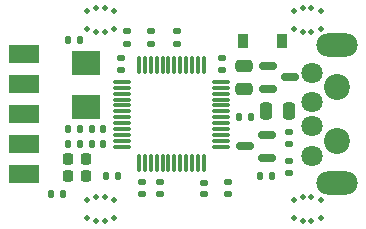
<source format=gbr>
G04 #@! TF.GenerationSoftware,KiCad,Pcbnew,6.0.7+dfsg-3*
G04 #@! TF.CreationDate,2022-10-18T14:34:48+08:00*
G04 #@! TF.ProjectId,stlink,73746c69-6e6b-42e6-9b69-6361645f7063,f*
G04 #@! TF.SameCoordinates,PX5c07920PY68e7780*
G04 #@! TF.FileFunction,Soldermask,Top*
G04 #@! TF.FilePolarity,Negative*
%FSLAX46Y46*%
G04 Gerber Fmt 4.6, Leading zero omitted, Abs format (unit mm)*
G04 Created by KiCad (PCBNEW 6.0.7+dfsg-3) date 2022-10-18 14:34:48*
%MOMM*%
%LPD*%
G01*
G04 APERTURE LIST*
G04 Aperture macros list*
%AMRoundRect*
0 Rectangle with rounded corners*
0 $1 Rounding radius*
0 $2 $3 $4 $5 $6 $7 $8 $9 X,Y pos of 4 corners*
0 Add a 4 corners polygon primitive as box body*
4,1,4,$2,$3,$4,$5,$6,$7,$8,$9,$2,$3,0*
0 Add four circle primitives for the rounded corners*
1,1,$1+$1,$2,$3*
1,1,$1+$1,$4,$5*
1,1,$1+$1,$6,$7*
1,1,$1+$1,$8,$9*
0 Add four rect primitives between the rounded corners*
20,1,$1+$1,$2,$3,$4,$5,0*
20,1,$1+$1,$4,$5,$6,$7,0*
20,1,$1+$1,$6,$7,$8,$9,0*
20,1,$1+$1,$8,$9,$2,$3,0*%
G04 Aperture macros list end*
%ADD10RoundRect,0.150000X-0.587500X-0.150000X0.587500X-0.150000X0.587500X0.150000X-0.587500X0.150000X0*%
%ADD11RoundRect,0.250000X0.250000X0.475000X-0.250000X0.475000X-0.250000X-0.475000X0.250000X-0.475000X0*%
%ADD12RoundRect,0.250000X0.475000X-0.250000X0.475000X0.250000X-0.475000X0.250000X-0.475000X-0.250000X0*%
%ADD13RoundRect,0.135000X0.135000X0.185000X-0.135000X0.185000X-0.135000X-0.185000X0.135000X-0.185000X0*%
%ADD14RoundRect,0.140000X0.170000X-0.140000X0.170000X0.140000X-0.170000X0.140000X-0.170000X-0.140000X0*%
%ADD15RoundRect,0.140000X-0.170000X0.140000X-0.170000X-0.140000X0.170000X-0.140000X0.170000X0.140000X0*%
%ADD16RoundRect,0.140000X0.140000X0.170000X-0.140000X0.170000X-0.140000X-0.170000X0.140000X-0.170000X0*%
%ADD17RoundRect,0.140000X-0.140000X-0.170000X0.140000X-0.170000X0.140000X0.170000X-0.140000X0.170000X0*%
%ADD18RoundRect,0.218750X-0.218750X-0.256250X0.218750X-0.256250X0.218750X0.256250X-0.218750X0.256250X0*%
%ADD19RoundRect,0.135000X-0.135000X-0.185000X0.135000X-0.185000X0.135000X0.185000X-0.135000X0.185000X0*%
%ADD20R,0.900000X1.200000*%
%ADD21RoundRect,0.075000X-0.662500X-0.075000X0.662500X-0.075000X0.662500X0.075000X-0.662500X0.075000X0*%
%ADD22RoundRect,0.075000X-0.075000X-0.662500X0.075000X-0.662500X0.075000X0.662500X-0.075000X0.662500X0*%
%ADD23C,1.800000*%
%ADD24O,3.500000X2.000000*%
%ADD25C,2.200000*%
%ADD26RoundRect,0.135000X-0.185000X0.135000X-0.185000X-0.135000X0.185000X-0.135000X0.185000X0.135000X0*%
%ADD27RoundRect,0.135000X0.185000X-0.135000X0.185000X0.135000X-0.185000X0.135000X-0.185000X-0.135000X0*%
%ADD28C,0.500000*%
%ADD29RoundRect,0.150000X0.587500X0.150000X-0.587500X0.150000X-0.587500X-0.150000X0.587500X-0.150000X0*%
%ADD30R,2.400000X2.000000*%
%ADD31R,2.540000X1.524000*%
G04 APERTURE END LIST*
D10*
G04 #@! TO.C,U1*
X34642500Y24082000D03*
X34642500Y22182000D03*
X36517500Y23132000D03*
G04 #@! TD*
D11*
G04 #@! TO.C,C4*
X36450000Y20250000D03*
X34550000Y20250000D03*
G04 #@! TD*
D12*
G04 #@! TO.C,C5*
X32650000Y22182000D03*
X32650000Y24082000D03*
G04 #@! TD*
D13*
G04 #@! TO.C,R3*
X33260000Y19800000D03*
X32240000Y19800000D03*
G04 #@! TD*
D14*
G04 #@! TO.C,C6*
X22250000Y23770000D03*
X22250000Y24730000D03*
G04 #@! TD*
G04 #@! TO.C,C7*
X30750000Y23770000D03*
X30750000Y24730000D03*
G04 #@! TD*
D15*
G04 #@! TO.C,C8*
X29230000Y14214000D03*
X29230000Y13254000D03*
G04 #@! TD*
D16*
G04 #@! TO.C,C9*
X20730000Y17500000D03*
X19770000Y17500000D03*
G04 #@! TD*
G04 #@! TO.C,C2*
X18730000Y26250000D03*
X17770000Y26250000D03*
G04 #@! TD*
D17*
G04 #@! TO.C,C3*
X17770000Y18750000D03*
X18730000Y18750000D03*
G04 #@! TD*
D18*
G04 #@! TO.C,D2*
X17712500Y14750000D03*
X19287500Y14750000D03*
G04 #@! TD*
G04 #@! TO.C,D3*
X17712500Y16250000D03*
X19287500Y16250000D03*
G04 #@! TD*
D19*
G04 #@! TO.C,R12*
X20990000Y14750000D03*
X22010000Y14750000D03*
G04 #@! TD*
D20*
G04 #@! TO.C,D1*
X32600000Y26180000D03*
X35900000Y26180000D03*
G04 #@! TD*
D21*
G04 #@! TO.C,U2*
X22337500Y22750000D03*
X22337500Y22250000D03*
X22337500Y21750000D03*
X22337500Y21250000D03*
X22337500Y20750000D03*
X22337500Y20250000D03*
X22337500Y19750000D03*
X22337500Y19250000D03*
X22337500Y18750000D03*
X22337500Y18250000D03*
X22337500Y17750000D03*
X22337500Y17250000D03*
D22*
X23750000Y15837500D03*
X24250000Y15837500D03*
X24750000Y15837500D03*
X25250000Y15837500D03*
X25750000Y15837500D03*
X26250000Y15837500D03*
X26750000Y15837500D03*
X27250000Y15837500D03*
X27750000Y15837500D03*
X28250000Y15837500D03*
X28750000Y15837500D03*
X29250000Y15837500D03*
D21*
X30662500Y17250000D03*
X30662500Y17750000D03*
X30662500Y18250000D03*
X30662500Y18750000D03*
X30662500Y19250000D03*
X30662500Y19750000D03*
X30662500Y20250000D03*
X30662500Y20750000D03*
X30662500Y21250000D03*
X30662500Y21750000D03*
X30662500Y22250000D03*
X30662500Y22750000D03*
D22*
X29250000Y24162500D03*
X28750000Y24162500D03*
X28250000Y24162500D03*
X27750000Y24162500D03*
X27250000Y24162500D03*
X26750000Y24162500D03*
X26250000Y24162500D03*
X25750000Y24162500D03*
X25250000Y24162500D03*
X24750000Y24162500D03*
X24250000Y24162500D03*
X23750000Y24162500D03*
G04 #@! TD*
D23*
G04 #@! TO.C,J1*
X38400000Y23500000D03*
X38400000Y21000000D03*
X38400000Y19000000D03*
X38400000Y16500000D03*
D24*
X40500000Y14150000D03*
X40500000Y25850000D03*
D25*
X40500000Y17700000D03*
X40500000Y22300000D03*
G04 #@! TD*
D16*
G04 #@! TO.C,C1*
X20730000Y18750000D03*
X19770000Y18750000D03*
G04 #@! TD*
D13*
G04 #@! TO.C,R1*
X18760000Y17500000D03*
X17740000Y17500000D03*
G04 #@! TD*
D26*
G04 #@! TO.C,R2*
X27000000Y27010000D03*
X27000000Y25990000D03*
G04 #@! TD*
D27*
G04 #@! TO.C,R9*
X31262000Y13224000D03*
X31262000Y14244000D03*
G04 #@! TD*
D28*
G04 #@! TO.C,H1*
X21650000Y28750000D03*
X19350000Y27250000D03*
X20150000Y29000000D03*
X20850000Y29000000D03*
X19350000Y28750000D03*
X21650000Y27250000D03*
X20150000Y27000000D03*
X20850000Y27000000D03*
G04 #@! TD*
G04 #@! TO.C,H2*
X20150000Y13000000D03*
X20850000Y11000000D03*
X19350000Y12750000D03*
X20850000Y13000000D03*
X19350000Y11250000D03*
X21650000Y12750000D03*
X20150000Y11000000D03*
X21650000Y11250000D03*
G04 #@! TD*
G04 #@! TO.C,H3*
X37650000Y29000000D03*
X36850000Y28750000D03*
X39150000Y27250000D03*
X37650000Y27000000D03*
X39150000Y28750000D03*
X38350000Y27000000D03*
X38350000Y29000000D03*
X36850000Y27250000D03*
G04 #@! TD*
G04 #@! TO.C,H4*
X39150000Y11250000D03*
X36850000Y11250000D03*
X39150000Y12750000D03*
X37650000Y13000000D03*
X38350000Y11000000D03*
X36850000Y12750000D03*
X38350000Y13000000D03*
X37650000Y11000000D03*
G04 #@! TD*
D29*
G04 #@! TO.C,Q1*
X34612500Y16340000D03*
X34612500Y18240000D03*
X32737500Y17290000D03*
G04 #@! TD*
D27*
G04 #@! TO.C,R4*
X36500000Y17490000D03*
X36500000Y18510000D03*
G04 #@! TD*
G04 #@! TO.C,R5*
X36500000Y14990000D03*
X36500000Y16010000D03*
G04 #@! TD*
D26*
G04 #@! TO.C,R7*
X24750000Y27010000D03*
X24750000Y25990000D03*
G04 #@! TD*
G04 #@! TO.C,R8*
X22750000Y27010000D03*
X22750000Y25990000D03*
G04 #@! TD*
G04 #@! TO.C,R10*
X25500000Y14260000D03*
X25500000Y13240000D03*
G04 #@! TD*
D19*
G04 #@! TO.C,R6*
X33990000Y14750000D03*
X35010000Y14750000D03*
G04 #@! TD*
D30*
G04 #@! TO.C,Y1*
X19250000Y24350000D03*
X19250000Y20650000D03*
G04 #@! TD*
D13*
G04 #@! TO.C,R13*
X17310000Y13250000D03*
X16290000Y13250000D03*
G04 #@! TD*
D27*
G04 #@! TO.C,R11*
X24000000Y13240000D03*
X24000000Y14260000D03*
G04 #@! TD*
D31*
G04 #@! TO.C,J2*
X14000000Y25080000D03*
X14000000Y22540000D03*
X14000000Y20000000D03*
X14000000Y17460000D03*
X14000000Y14920000D03*
G04 #@! TD*
M02*

</source>
